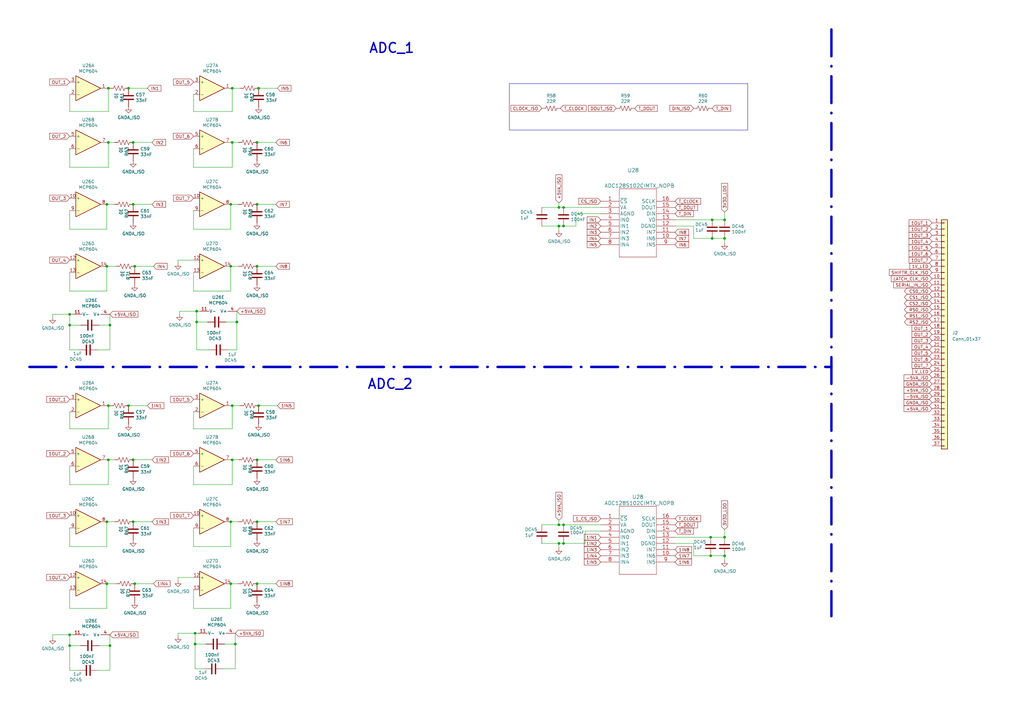
<source format=kicad_sch>
(kicad_sch (version 20230121) (generator eeschema)
  (paper "A3")
  (junction (at 28.575 264.795))
  (junction (at 291.465 220.345))
  (junction (at 52.705 36.195))
  (junction (at 105.41 58.42))
  (junction (at 105.41 83.82))
  (junction (at 297.18 97.79))
  (junction (at 80.645 132.08))
  (junction (at 44.45 58.42))
  (junction (at 94.615 83.82))
  (junction (at 231.14 215.265))
  (junction (at 28.575 133.35))
  (junction (at 44.45 36.195))
  (junction (at 106.045 166.37))
  (junction (at 297.18 227.965))
  (junction (at 43.815 83.82))
  (junction (at 95.25 188.595))
  (junction (at 292.1 97.79))
  (junction (at 292.1 90.17))
  (junction (at 80.645 127.635))
  (junction (at 291.465 227.965))
  (junction (at 43.815 109.22))
  (junction (at 44.45 188.595))
  (junction (at 95.25 36.195))
  (junction (at 297.18 220.345))
  (junction (at 54.61 83.82))
  (junction (at 52.705 166.37))
  (junction (at 94.615 239.395))
  (junction (at 96.52 264.16))
  (junction (at 28.575 260.35))
  (junction (at 94.615 213.995))
  (junction (at 44.45 166.37))
  (junction (at 28.575 128.905))
  (junction (at 106.045 36.195))
  (junction (at 105.41 109.22))
  (junction (at 45.085 133.35))
  (junction (at 231.14 222.885))
  (junction (at 97.155 132.08))
  (junction (at 55.245 109.22))
  (junction (at 105.41 188.595))
  (junction (at 94.615 109.22))
  (junction (at 55.245 239.395))
  (junction (at 229.235 92.71))
  (junction (at 229.235 222.885))
  (junction (at 105.41 239.395))
  (junction (at 95.25 166.37))
  (junction (at 43.815 213.995))
  (junction (at 105.41 213.995))
  (junction (at 297.18 90.17))
  (junction (at 54.61 213.995))
  (junction (at 54.61 188.595))
  (junction (at 43.815 239.395))
  (junction (at 229.235 215.265))
  (junction (at 231.14 92.71))
  (junction (at 229.235 85.09))
  (junction (at 45.085 264.795))
  (junction (at 95.25 58.42))
  (junction (at 54.61 58.42))
  (junction (at 80.01 264.16))
  (junction (at 80.01 259.715))
  (junction (at 231.14 85.09))
  (wire (pts (xy 297.18 220.345) (xy 297.18 217.17)))
  (wire (pts (xy 28.575 191.135) (xy 28.575 198.755)))
  (wire (pts (xy 93.345 143.51) (xy 97.155 143.51)))
  (wire (pts (xy 80.01 274.32) (xy 80.01 264.16)))
  (wire (pts (xy 79.375 175.895) (xy 95.25 175.895)))
  (wire (pts (xy 28.575 264.795) (xy 28.575 260.35)))
  (wire (pts (xy 222.25 215.265) (xy 229.235 215.265)))
  (wire (pts (xy 44.45 36.195) (xy 45.085 36.195)))
  (wire (pts (xy 40.005 274.955) (xy 45.085 274.955)))
  (wire (pts (xy 105.41 239.395) (xy 113.157 239.395)))
  (wire (pts (xy 79.375 45.72) (xy 95.25 45.72)))
  (wire (pts (xy 240.03 222.885) (xy 231.14 222.885)))
  (wire (pts (xy 28.575 143.51) (xy 28.575 133.35)))
  (wire (pts (xy 95.25 175.895) (xy 95.25 166.37)))
  (wire (pts (xy 106.045 36.195) (xy 113.792 36.195)))
  (wire (pts (xy 94.615 93.98) (xy 94.615 83.82)))
  (wire (pts (xy 79.375 198.755) (xy 95.25 198.755)))
  (wire (pts (xy 80.01 264.16) (xy 80.01 259.715)))
  (wire (pts (xy 79.375 241.935) (xy 79.375 249.555)))
  (wire (pts (xy 79.375 191.135) (xy 79.375 198.755)))
  (wire (pts (xy 79.375 224.155) (xy 94.615 224.155)))
  (wire (pts (xy 28.575 198.755) (xy 44.45 198.755)))
  (wire (pts (xy 276.86 222.885) (xy 284.48 222.885)))
  (wire (pts (xy 79.375 68.58) (xy 95.25 68.58)))
  (wire (pts (xy 276.86 90.17) (xy 292.1 90.17)))
  (wire (pts (xy 229.235 222.885) (xy 231.14 222.885)))
  (wire (pts (xy 246.38 217.805) (xy 240.03 217.805)))
  (wire (pts (xy 44.45 68.58) (xy 44.45 58.42)))
  (wire (pts (xy 85.09 132.08) (xy 80.645 132.08)))
  (wire (pts (xy 28.575 249.555) (xy 43.815 249.555)))
  (wire (pts (xy 84.455 264.16) (xy 80.01 264.16)))
  (wire (pts (xy 21.59 128.905) (xy 28.575 128.905)))
  (wire (pts (xy 79.375 106.68) (xy 73.025 106.68)))
  (wire (pts (xy 79.375 119.38) (xy 94.615 119.38)))
  (wire (pts (xy 95.25 188.595) (xy 97.79 188.595)))
  (wire (pts (xy 44.45 36.195) (xy 43.815 36.195)))
  (wire (pts (xy 28.575 216.535) (xy 28.575 224.155)))
  (wire (pts (xy 28.575 38.735) (xy 28.575 45.72)))
  (wire (pts (xy 92.075 264.16) (xy 96.52 264.16)))
  (wire (pts (xy 105.41 109.22) (xy 113.157 109.22)))
  (wire (pts (xy 229.235 94.615) (xy 229.235 92.71)))
  (wire (pts (xy 43.815 93.98) (xy 43.815 83.82)))
  (wire (pts (xy 95.25 198.755) (xy 95.25 188.595)))
  (wire (pts (xy 43.815 249.555) (xy 43.815 239.395)))
  (wire (pts (xy 43.815 83.82) (xy 46.99 83.82)))
  (wire (pts (xy 79.375 168.91) (xy 79.375 175.895)))
  (wire (pts (xy 79.375 249.555) (xy 94.615 249.555)))
  (wire (pts (xy 291.465 220.345) (xy 297.18 220.345)))
  (wire (pts (xy 246.38 87.63) (xy 236.22 87.63)))
  (wire (pts (xy 297.18 229.87) (xy 297.18 227.965)))
  (wire (pts (xy 80.645 143.51) (xy 80.645 132.08)))
  (wire (pts (xy 94.615 188.595) (xy 95.25 188.595)))
  (wire (pts (xy 28.575 168.91) (xy 28.575 175.895)))
  (wire (pts (xy 105.41 83.82) (xy 113.157 83.82)))
  (wire (pts (xy 54.61 83.82) (xy 62.357 83.82)))
  (wire (pts (xy 44.45 188.595) (xy 46.99 188.595)))
  (wire (pts (xy 28.575 128.905) (xy 29.845 128.905)))
  (wire (pts (xy 297.18 99.695) (xy 297.18 97.79)))
  (wire (pts (xy 236.22 92.71) (xy 231.14 92.71)))
  (wire (pts (xy 73.66 128.905) (xy 73.66 127.635)))
  (wire (pts (xy 79.375 111.76) (xy 79.375 119.38)))
  (wire (pts (xy 95.25 166.37) (xy 98.425 166.37)))
  (wire (pts (xy 94.615 83.82) (xy 97.79 83.82)))
  (wire (pts (xy 229.235 215.265) (xy 231.14 215.265)))
  (wire (pts (xy 73.025 259.715) (xy 80.01 259.715)))
  (wire (pts (xy 222.25 222.885) (xy 229.235 222.885)))
  (wire (pts (xy 276.86 220.345) (xy 291.465 220.345)))
  (wire (pts (xy 44.45 166.37) (xy 43.815 166.37)))
  (wire (pts (xy 83.82 274.32) (xy 80.01 274.32)))
  (wire (pts (xy 79.375 216.535) (xy 79.375 224.155)))
  (wire (pts (xy 21.59 260.35) (xy 28.575 260.35)))
  (wire (pts (xy 246.38 215.265) (xy 231.14 215.265)))
  (wire (pts (xy 95.25 58.42) (xy 97.79 58.42)))
  (wire (pts (xy 28.575 260.35) (xy 29.845 260.35)))
  (wire (pts (xy 55.245 109.22) (xy 62.992 109.22)))
  (wire (pts (xy 292.1 97.79) (xy 297.18 97.79)))
  (wire (pts (xy 95.25 166.37) (xy 94.615 166.37)))
  (wire (pts (xy 284.48 227.965) (xy 291.465 227.965)))
  (wire (pts (xy 55.245 239.395) (xy 62.992 239.395)))
  (wire (pts (xy 94.615 213.995) (xy 97.79 213.995)))
  (wire (pts (xy 52.705 36.195) (xy 60.452 36.195)))
  (wire (pts (xy 28.575 119.38) (xy 43.815 119.38)))
  (wire (pts (xy 284.48 92.71) (xy 284.48 97.79)))
  (wire (pts (xy 291.465 227.965) (xy 297.18 227.965)))
  (wire (pts (xy 297.18 90.17) (xy 297.18 86.995)))
  (wire (pts (xy 79.375 86.36) (xy 79.375 93.98)))
  (wire (pts (xy 44.45 175.895) (xy 44.45 166.37)))
  (wire (pts (xy 33.02 133.35) (xy 28.575 133.35)))
  (wire (pts (xy 94.615 119.38) (xy 94.615 109.22)))
  (wire (pts (xy 276.86 92.71) (xy 284.48 92.71)))
  (wire (pts (xy 43.815 109.22) (xy 47.625 109.22)))
  (wire (pts (xy 97.155 143.51) (xy 97.155 132.08)))
  (wire (pts (xy 73.66 127.635) (xy 80.645 127.635)))
  (wire (pts (xy 284.48 222.885) (xy 284.48 227.965)))
  (wire (pts (xy 240.03 217.805) (xy 240.03 222.885)))
  (wire (pts (xy 95.25 68.58) (xy 95.25 58.42)))
  (wire (pts (xy 28.575 241.935) (xy 28.575 249.555)))
  (wire (pts (xy 28.575 133.35) (xy 28.575 128.905)))
  (wire (pts (xy 95.25 45.72) (xy 95.25 36.195)))
  (wire (pts (xy 80.01 259.715) (xy 81.28 259.715)))
  (polyline (pts (xy 12.065 150.495) (xy 340.995 150.495)) (stroke (width 1) (type dash_dot)))
  (wire (pts (xy 28.575 86.36) (xy 28.575 93.98)))
  (wire (pts (xy 28.575 68.58) (xy 44.45 68.58)))
  (wire (pts (xy 94.615 109.22) (xy 97.79 109.22)))
  (wire (pts (xy 45.085 274.955) (xy 45.085 264.795)))
  (wire (pts (xy 43.815 119.38) (xy 43.815 109.22)))
  (wire (pts (xy 292.1 90.17) (xy 297.18 90.17)))
  (wire (pts (xy 79.375 93.98) (xy 94.615 93.98)))
  (wire (pts (xy 40.005 143.51) (xy 45.085 143.51)))
  (wire (pts (xy 28.575 60.96) (xy 28.575 68.58)))
  (wire (pts (xy 95.25 36.195) (xy 98.425 36.195)))
  (wire (pts (xy 43.815 213.995) (xy 46.99 213.995)))
  (wire (pts (xy 94.615 249.555) (xy 94.615 239.395)))
  (wire (pts (xy 32.385 143.51) (xy 28.575 143.51)))
  (wire (pts (xy 229.235 85.09) (xy 231.14 85.09)))
  (wire (pts (xy 45.085 264.795) (xy 45.085 260.35)))
  (wire (pts (xy 85.725 143.51) (xy 80.645 143.51)))
  (wire (pts (xy 94.615 224.155) (xy 94.615 213.995)))
  (wire (pts (xy 28.575 224.155) (xy 43.815 224.155)))
  (wire (pts (xy 28.575 111.76) (xy 28.575 119.38)))
  (wire (pts (xy 43.815 224.155) (xy 43.815 213.995)))
  (wire (pts (xy 96.52 264.16) (xy 96.52 259.715)))
  (wire (pts (xy 96.52 274.32) (xy 96.52 264.16)))
  (wire (pts (xy 73.025 236.855) (xy 73.025 238.125)))
  (wire (pts (xy 54.61 58.42) (xy 62.357 58.42)))
  (wire (pts (xy 21.59 130.175) (xy 21.59 128.905)))
  (wire (pts (xy 246.38 85.09) (xy 231.14 85.09)))
  (wire (pts (xy 28.575 45.72) (xy 44.45 45.72)))
  (wire (pts (xy 52.705 166.37) (xy 60.452 166.37)))
  (wire (pts (xy 229.235 92.71) (xy 231.14 92.71)))
  (wire (pts (xy 44.45 45.72) (xy 44.45 36.195)))
  (wire (pts (xy 33.02 264.795) (xy 28.575 264.795)))
  (wire (pts (xy 73.025 106.68) (xy 73.025 107.95)))
  (wire (pts (xy 43.815 188.595) (xy 44.45 188.595)))
  (wire (pts (xy 44.45 198.755) (xy 44.45 188.595)))
  (wire (pts (xy 21.59 261.62) (xy 21.59 260.35)))
  (wire (pts (xy 43.815 239.395) (xy 47.625 239.395)))
  (wire (pts (xy 28.575 274.955) (xy 28.575 264.795)))
  (wire (pts (xy 28.575 93.98) (xy 43.815 93.98)))
  (wire (pts (xy 79.375 60.96) (xy 79.375 68.58)))
  (wire (pts (xy 105.41 58.42) (xy 113.157 58.42)))
  (wire (pts (xy 44.45 166.37) (xy 45.085 166.37)))
  (wire (pts (xy 54.61 188.595) (xy 62.357 188.595)))
  (wire (pts (xy 92.71 132.08) (xy 97.155 132.08)))
  (wire (pts (xy 236.22 87.63) (xy 236.22 92.71)))
  (wire (pts (xy 43.815 58.42) (xy 44.45 58.42)))
  (wire (pts (xy 222.25 92.71) (xy 229.235 92.71)))
  (wire (pts (xy 54.61 213.995) (xy 62.357 213.995)))
  (wire (pts (xy 28.575 175.895) (xy 44.45 175.895)))
  (wire (pts (xy 94.615 58.42) (xy 95.25 58.42)))
  (wire (pts (xy 229.235 83.185) (xy 229.235 85.09)))
  (wire (pts (xy 40.64 264.795) (xy 45.085 264.795)))
  (wire (pts (xy 105.41 188.595) (xy 113.157 188.595)))
  (wire (pts (xy 95.25 36.195) (xy 94.615 36.195)))
  (wire (pts (xy 284.48 97.79) (xy 292.1 97.79)))
  (wire (pts (xy 79.375 38.735) (xy 79.375 45.72)))
  (wire (pts (xy 79.375 236.855) (xy 73.025 236.855)))
  (wire (pts (xy 94.615 239.395) (xy 97.79 239.395)))
  (wire (pts (xy 91.44 274.32) (xy 96.52 274.32)))
  (wire (pts (xy 229.235 224.79) (xy 229.235 222.885)))
  (wire (pts (xy 229.235 213.36) (xy 229.235 215.265)))
  (wire (pts (xy 222.25 85.09) (xy 229.235 85.09)))
  (wire (pts (xy 45.085 143.51) (xy 45.085 133.35)))
  (wire (pts (xy 80.645 132.08) (xy 80.645 127.635)))
  (wire (pts (xy 73.025 260.985) (xy 73.025 259.715)))
  (polyline (pts (xy 340.995 12.065) (xy 340.995 252.73)) (stroke (width 1) (type dash_dot)))
  (wire (pts (xy 97.155 132.08) (xy 97.155 127.635)))
  (wire (pts (xy 106.045 166.37) (xy 113.792 166.37)))
  (wire (pts (xy 44.45 58.42) (xy 46.99 58.42)))
  (wire (pts (xy 105.41 213.995) (xy 113.157 213.995)))
  (wire (pts (xy 32.385 274.955) (xy 28.575 274.955)))
  (wire (pts (xy 45.085 133.35) (xy 45.085 128.905)))
  (wire (pts (xy 80.645 127.635) (xy 81.915 127.635)))
  (wire (pts (xy 40.64 133.35) (xy 45.085 133.35)))
  (rectangle (start 208.915 34.29) (end 306.705 53.34))
  (text "ADC_2" (at 150.495 160.02 0) (effects (font (size 4 4) (thickness 0.5994) bold) (justify left bottom)))
  (text "ADC_1" (at 151.13 22.225 0) (effects (font (size 4 4) (thickness 0.5994) bold) (justify left bottom)))
  (global_label "IN8" (shape input) (at 276.86 95.25 0) (property "Intersheetrefs" "${INTERSHEET_REFS}" (effects hide)))
  (global_label "CS0_ISO" (shape bidirectional) (at 382.27 119.38 180) (property "Intersheetrefs" "${INTERSHEET_REFS}" (effects hide)))
  (global_label "1OUT_7" (shape input) (at 382.27 106.68 180) (property "Intersheetrefs" "${INTERSHEET_REFS}" (effects hide)))
  (global_label "SHIFTR_CLK_ISO" (shape input) (at 382.27 111.76 180) (property "Intersheetrefs" "${INTERSHEET_REFS}" (effects hide)))
  (global_label "RS0_ISO" (shape bidirectional) (at 382.27 127 180) (property "Intersheetrefs" "${INTERSHEET_REFS}" (effects hide)))
  (global_label "OUT_7" (shape input) (at 382.27 149.86 180) (property "Intersheetrefs" "${INTERSHEET_REFS}" (effects hide)))
  (global_label "IN5" (shape input) (at 113.792 36.195 0) (property "Intersheetrefs" "${INTERSHEET_REFS}" (effects hide)))
  (global_label "1IN4" (shape input) (at 246.38 227.965 180) (property "Intersheetrefs" "${INTERSHEET_REFS}" (effects hide)))
  (global_label "1OUT_1" (shape input) (at 28.575 163.83 180) (property "Intersheetrefs" "${INTERSHEET_REFS}" (effects hide)))
  (global_label "+5VA_ISO" (shape input) (at 229.235 83.185 90) (property "Intersheetrefs" "${INTERSHEET_REFS}" (effects hide)))
  (global_label "1IN7" (shape input) (at 276.86 227.965 0) (property "Intersheetrefs" "${INTERSHEET_REFS}" (effects hide)))
  (global_label "3V3D_LDO" (shape input) (at 297.18 217.17 90) (property "Intersheetrefs" "${INTERSHEET_REFS}" (effects hide)))
  (global_label "OUT_6" (shape input) (at 382.27 147.32 180) (property "Intersheetrefs" "${INTERSHEET_REFS}" (effects hide)))
  (global_label "OUT_4" (shape input) (at 28.575 106.68 180) (property "Intersheetrefs" "${INTERSHEET_REFS}" (effects hide)))
  (global_label "1IN5" (shape input) (at 113.792 166.37 0) (property "Intersheetrefs" "${INTERSHEET_REFS}" (effects hide)))
  (global_label "1IN8" (shape input) (at 113.157 239.395 0) (property "Intersheetrefs" "${INTERSHEET_REFS}" (effects hide)))
  (global_label "OUT_7" (shape input) (at 79.375 81.28 180) (property "Intersheetrefs" "${INTERSHEET_REFS}" (effects hide)))
  (global_label "+5VA_ISO" (shape input) (at 45.085 260.35 0) (property "Intersheetrefs" "${INTERSHEET_REFS}" (effects hide)))
  (global_label "1IN6" (shape input) (at 276.86 230.505 0) (property "Intersheetrefs" "${INTERSHEET_REFS}" (effects hide)))
  (global_label "OUT_1" (shape input) (at 382.27 134.62 180) (property "Intersheetrefs" "${INTERSHEET_REFS}" (effects hide)))
  (global_label "+5VA_ISO" (shape input) (at 229.235 213.36 90) (property "Intersheetrefs" "${INTERSHEET_REFS}" (effects hide)))
  (global_label "IN2" (shape input) (at 62.357 58.42 0) (property "Intersheetrefs" "${INTERSHEET_REFS}" (effects hide)))
  (global_label "DIN_ISO" (shape input) (at 284.48 44.45 180) (property "Intersheetrefs" "${INTERSHEET_REFS}" (effects hide)))
  (global_label "DOUT_ISO" (shape input) (at 252.73 44.45 180) (property "Intersheetrefs" "${INTERSHEET_REFS}" (effects hide)))
  (global_label "+5VA_ISO" (shape input) (at 97.155 127.635 0) (property "Intersheetrefs" "${INTERSHEET_REFS}" (effects hide)))
  (global_label "CLOCK_ISO" (shape input) (at 222.25 44.45 180) (property "Intersheetrefs" "${INTERSHEET_REFS}" (effects hide)))
  (global_label "1IN1" (shape input) (at 246.38 220.345 180) (property "Intersheetrefs" "${INTERSHEET_REFS}" (effects hide)))
  (global_label "T_CLOCK" (shape input) (at 276.86 82.55 0) (property "Intersheetrefs" "${INTERSHEET_REFS}" (effects hide)))
  (global_label "T_DOUT" (shape input) (at 276.86 215.265 0) (property "Intersheetrefs" "${INTERSHEET_REFS}" (effects hide)))
  (global_label "1IN5" (shape input) (at 246.38 230.505 180) (property "Intersheetrefs" "${INTERSHEET_REFS}" (effects hide)))
  (global_label "GNDA_ISO" (shape input) (at 382.27 165.1 180) (property "Intersheetrefs" "${INTERSHEET_REFS}" (effects hide)))
  (global_label "IN1" (shape input) (at 60.452 36.195 0) (property "Intersheetrefs" "${INTERSHEET_REFS}" (effects hide)))
  (global_label "-5VA_ISO" (shape input) (at 382.27 154.94 180) (property "Intersheetrefs" "${INTERSHEET_REFS}" (effects hide)))
  (global_label "1OUT_5" (shape input) (at 382.27 101.6 180) (property "Intersheetrefs" "${INTERSHEET_REFS}" (effects hide)))
  (global_label "1IN8" (shape input) (at 276.86 225.425 0) (property "Intersheetrefs" "${INTERSHEET_REFS}" (effects hide)))
  (global_label "1OUT_3" (shape input) (at 28.575 211.455 180) (property "Intersheetrefs" "${INTERSHEET_REFS}" (effects hide)))
  (global_label "T_DOUT" (shape input) (at 260.35 44.45 0) (property "Intersheetrefs" "${INTERSHEET_REFS}" (effects hide)))
  (global_label "+5VA_ISO" (shape input) (at 96.52 259.715 0) (property "Intersheetrefs" "${INTERSHEET_REFS}" (effects hide)))
  (global_label "1OUT_4" (shape input) (at 28.575 236.855 180) (property "Intersheetrefs" "${INTERSHEET_REFS}" (effects hide)))
  (global_label "OUT_4" (shape input) (at 382.27 142.24 180) (property "Intersheetrefs" "${INTERSHEET_REFS}" (effects hide)))
  (global_label "1V_LED" (shape input) (at 382.27 109.22 180) (property "Intersheetrefs" "${INTERSHEET_REFS}" (effects hide)))
  (global_label "1IN3" (shape input) (at 246.38 225.425 180) (property "Intersheetrefs" "${INTERSHEET_REFS}" (effects hide)))
  (global_label "+5VA_ISO" (shape input) (at 45.085 128.905 0) (property "Intersheetrefs" "${INTERSHEET_REFS}" (effects hide)))
  (global_label "CS2_ISO" (shape bidirectional) (at 382.27 124.46 180) (property "Intersheetrefs" "${INTERSHEET_REFS}" (effects hide)))
  (global_label "T_DIN" (shape input) (at 276.86 87.63 0) (property "Intersheetrefs" "${INTERSHEET_REFS}" (effects hide)))
  (global_label "CS_ISO" (shape input) (at 246.38 82.55 180) (property "Intersheetrefs" "${INTERSHEET_REFS}" (effects hide)))
  (global_label "RS2_ISO" (shape bidirectional) (at 382.27 132.08 180) (property "Intersheetrefs" "${INTERSHEET_REFS}" (effects hide)))
  (global_label "OUT_5" (shape input) (at 382.27 144.78 180) (property "Intersheetrefs" "${INTERSHEET_REFS}" (effects hide)))
  (global_label "T_CLOCK" (shape input) (at 229.87 44.45 0) (property "Intersheetrefs" "${INTERSHEET_REFS}" (effects hide)))
  (global_label "1OUT_1" (shape input) (at 382.27 91.44 180) (property "Intersheetrefs" "${INTERSHEET_REFS}" (effects hide)))
  (global_label "IN4" (shape input) (at 246.38 97.79 180) (property "Intersheetrefs" "${INTERSHEET_REFS}" (effects hide)))
  (global_label "GNDA_ISO" (shape input) (at 382.27 157.48 180) (property "Intersheetrefs" "${INTERSHEET_REFS}" (effects hide)))
  (global_label "OUT_3" (shape input) (at 382.27 139.7 180) (property "Intersheetrefs" "${INTERSHEET_REFS}" (effects hide)))
  (global_label "T_DIN" (shape input) (at 292.1 44.45 0) (property "Intersheetrefs" "${INTERSHEET_REFS}" (effects hide)))
  (global_label "IN6" (shape input) (at 276.86 100.33 0) (property "Intersheetrefs" "${INTERSHEET_REFS}" (effects hide)))
  (global_label "-5VA_ISO" (shape input) (at 382.27 162.56 180) (property "Intersheetrefs" "${INTERSHEET_REFS}" (effects hide)))
  (global_label "CS1_ISO" (shape bidirectional) (at 382.27 121.92 180) (property "Intersheetrefs" "${INTERSHEET_REFS}" (effects hide)))
  (global_label "IN5" (shape input) (at 246.38 100.33 180) (property "Intersheetrefs" "${INTERSHEET_REFS}" (effects hide)))
  (global_label "IN8" (shape input) (at 113.157 109.22 0) (property "Intersheetrefs" "${INTERSHEET_REFS}" (effects hide)))
  (global_label "IN3" (shape input) (at 62.357 83.82 0) (property "Intersheetrefs" "${INTERSHEET_REFS}" (effects hide)))
  (global_label "OUT_6" (shape input) (at 79.375 55.88 180) (property "Intersheetrefs" "${INTERSHEET_REFS}" (effects hide)))
  (global_label "1OUT_4" (shape input) (at 382.27 99.06 180) (property "Intersheetrefs" "${INTERSHEET_REFS}" (effects hide)))
  (global_label "1IN6" (shape input) (at 113.157 188.595 0) (property "Intersheetrefs" "${INTERSHEET_REFS}" (effects hide)))
  (global_label "RS1_ISO" (shape bidirectional) (at 382.27 129.54 180) (property "Intersheetrefs" "${INTERSHEET_REFS}" (effects hide)))
  (global_label "1IN3" (shape input) (at 62.357 213.995 0) (property "Intersheetrefs" "${INTERSHEET_REFS}" (effects hide)))
  (global_label "LATCH_CLK_ISO" (shape input) (at 382.27 114.3 180) (property "Intersheetrefs" "${INTERSHEET_REFS}" (effects hide)))
  (global_label "OUT_1" (shape input) (at 28.575 33.655 180) (property "Intersheetrefs" "${INTERSHEET_REFS}" (effects hide)))
  (global_label "+5VA_ISO" (shape input) (at 382.27 167.64 180) (property "Intersheetrefs" "${INTERSHEET_REFS}" (effects hide)))
  (global_label "1OUT_2" (shape input) (at 28.575 186.055 180) (property "Intersheetrefs" "${INTERSHEET_REFS}" (effects hide)))
  (global_label "IN6" (shape input) (at 113.157 58.42 0) (property "Intersheetrefs" "${INTERSHEET_REFS}" (effects hide)))
  (global_label "IN3" (shape input) (at 246.38 95.25 180) (property "Intersheetrefs" "${INTERSHEET_REFS}" (effects hide)))
  (global_label "1IN2" (shape input) (at 62.357 188.595 0) (property "Intersheetrefs" "${INTERSHEET_REFS}" (effects hide)))
  (global_label "1IN2" (shape input) (at 246.38 222.885 180) (property "Intersheetrefs" "${INTERSHEET_REFS}" (effects hide)))
  (global_label "T_DIN" (shape input) (at 276.86 217.805 0) (property "Intersheetrefs" "${INTERSHEET_REFS}" (effects hide)))
  (global_label "IN7" (shape input) (at 113.157 83.82 0) (property "Intersheetrefs" "${INTERSHEET_REFS}" (effects hide)))
  (global_label "IN2" (shape input) (at 246.38 92.71 180) (property "Intersheetrefs" "${INTERSHEET_REFS}" (effects hide)))
  (global_label "+5VA_ISO" (shape input) (at 382.27 160.02 180) (property "Intersheetrefs" "${INTERSHEET_REFS}" (effects hide)))
  (global_label "IN4" (shape input) (at 62.992 109.22 0) (property "Intersheetrefs" "${INTERSHEET_REFS}" (effects hide)))
  (global_label "1OUT_7" (shape input) (at 79.375 211.455 180) (property "Intersheetrefs" "${INTERSHEET_REFS}" (effects hide)))
  (global_label "1OUT_6" (shape input) (at 79.375 186.055 180) (property "Intersheetrefs" "${INTERSHEET_REFS}" (effects hide)))
  (global_label "1IN1" (shape input) (at 60.452 166.37 0) (property "Intersheetrefs" "${INTERSHEET_REFS}" (effects hide)))
  (global_label "OUT_2" (shape input) (at 28.575 55.88 180) (property "Intersheetrefs" "${INTERSHEET_REFS}" (effects hide)))
  (global_label "OUT_5" (shape input) (at 79.375 33.655 180) (property "Intersheetrefs" "${INTERSHEET_REFS}" (effects hide)))
  (global_label "OUT_3" (shape input) (at 28.575 81.28 180) (property "Intersheetrefs" "${INTERSHEET_REFS}" (effects hide)))
  (global_label "1OUT_5" (shape input) (at 79.375 163.83 180) (property "Intersheetrefs" "${INTERSHEET_REFS}" (effects hide)))
  (global_label "1_CS_ISO" (shape input) (at 246.38 212.725 180) (property "Intersheetrefs" "${INTERSHEET_REFS}" (effects hide)))
  (global_label "OUT_2" (shape input) (at 382.27 137.16 180) (property "Intersheetrefs" "${INTERSHEET_REFS}" (effects hide)))
  (global_label "1OUT_6" (shape input) (at 382.27 104.14 180) (property "Intersheetrefs" "${INTERSHEET_REFS}" (effects hide)))
  (global_label "T_CLOCK" (shape input) (at 276.86 212.725 0) (property "Intersheetrefs" "${INTERSHEET_REFS}" (effects hide)))
  (global_label "1IN7" (shape input) (at 113.157 213.995 0) (property "Intersheetrefs" "${INTERSHEET_REFS}" (effects hide)))
  (global_label "1OUT_2" (shape input) (at 382.27 93.98 180) (property "Intersheetrefs" "${INTERSHEET_REFS}" (effects hide)))
  (global_label "SERIAL_IN_ISO" (shape input) (at 382.27 116.84 180) (property "Intersheetrefs" "${INTERSHEET_REFS}" (effects hide)))
  (global_label "V_LED" (shape input) (at 382.27 152.4 180) (property "Intersheetrefs" "${INTERSHEET_REFS}" (effects hide)))
  (global_label "1IN4" (shape input) (at 62.992 239.395 0) (property "Intersheetrefs" "${INTERSHEET_REFS}" (effects hide)))
  (global_label "3V3D_LDO" (shape input) (at 297.18 86.995 90) (property "Intersheetrefs" "${INTERSHEET_REFS}" (effects hide)))
  (global_label "1OUT_3" (shape input) (at 382.27 96.52 180) (property "Intersheetrefs" "${INTERSHEET_REFS}" (effects hide)))
  (global_label "IN7" (shape input) (at 276.86 97.79 0) (property "Intersheetrefs" "${INTERSHEET_REFS}" (effects hide)))
  (global_label "IN1" (shape input) (at 246.38 90.17 180) (property "Intersheetrefs" "${INTERSHEET_REFS}" (effects hide)))
  (global_label "T_DOUT" (shape input) (at 276.86 85.09 0) (property "Intersheetrefs" "${INTERSHEET_REFS}" (effects hide)))
  (symbol (lib_id "Device:R_US") (at 101.6 58.42 90) (unit 1)
    (property "Reference" "R64" (at 102.7684 60.1472 0) (effects (justify right)))
    (property "Value" "0E" (at 100.457 60.1472 0) (effects (justify right)))
    (property "Footprint" "Resistor_SMD:R_0805_2012Metric_Pad1.20x1.40mm_HandSolder" (effects hide))
    (instances (project "ohm3000Board" (path "" (reference "R64") (unit 1))) (project "Split_Board_PartA" (path "" (reference "R10") (unit 1))))
  )
  (symbol (lib_id "Device:C") (at 36.195 143.51 90) (unit 1)
    (property "Reference" "DC45" (at 33.655 147.32 90) (effects (justify left)))
    (property "Value" "1uF" (at 33.655 145.0086 90) (effects (justify left)))
    (property "Footprint" "Capacitor_SMD:C_0805_2012Metric_Pad1.18x1.45mm_HandSolder" (effects hide))
    (instances (project "ohm3000Board" (path "" (reference "DC45") (unit 1))) (project "Split_Board_PartA" (path "" (reference "DC12") (unit 1))))
  )
  (symbol (lib_id "Device:C") (at 105.41 87.63 0) (unit 1)
    (property "Reference" "C62" (at 108.331 86.4616 0) (effects (justify left)))
    (property "Value" "33nF" (at 108.331 88.773 0) (effects (justify left)))
    (property "Footprint" "Capacitor_SMD:C_0805_2012Metric_Pad1.18x1.45mm_HandSolder" (effects hide))
    (instances (project "ohm3000Board" (path "" (reference "C62") (unit 1))) (project "Split_Board_PartA" (path "" (reference "C11") (unit 1))))
  )
  (symbol (lib_id "Device:C") (at 222.25 219.075 0) (unit 1)
    (property "Reference" "DC45" (at 215.265 217.17 0) (effects (justify left)))
    (property "Value" "1uF" (at 215.265 219.4814 0) (effects (justify left)))
    (property "Footprint" "Capacitor_SMD:C_0805_2012Metric_Pad1.18x1.45mm_HandSolder" (effects hide))
    (instances (project "ohm3000Board" (path "" (reference "DC45") (unit 1))) (project "Split_Board_PartA" (path "" (reference "DC21") (unit 1))))
  )
  (symbol (lib_id "ohm3000Board-rescue:GNDA_ISO-power") (at 105.41 196.215 0) (unit 1)
    (property "Reference" "#PWR0114" (effects hide))
    (property "Value" "GNDA_ISO" (at 105.537 200.6092 0))
    (instances (project "ohm3000Board" (path "" (reference "#PWR0114") (unit 1)) (path "" (reference "#PWR?") (unit 1)) (path "" (reference "#PWR0114") (unit 1))) (project "Split_Board_PartA" (path "" (reference "#PWR036") (unit 1))))
  )
  (symbol (lib_id "ohm3000Board-rescue:GNDA_ISO-power") (at 229.235 224.79 0) (unit 1)
    (property "Reference" "#PWR084" (effects hide))
    (property "Value" "GNDA_ISO" (at 229.362 229.1842 0))
    (instances (project "ohm3000Board" (path "" (reference "#PWR084") (unit 1))) (project "Split_Board_PartA" (path "" (reference "#PWR042") (unit 1))))
  )
  (symbol (lib_id "ohm3000Board-rescue:GNDA_ISO-power") (at 55.245 247.015 0) (unit 1)
    (property "Reference" "#PWR0111" (effects hide))
    (property "Value" "GNDA_ISO" (at 55.372 251.4092 0))
    (instances (project "ohm3000Board" (path "" (reference "#PWR0111") (unit 1)) (path "" (reference "#PWR?") (unit 1)) (path "" (reference "#PWR0111") (unit 1))) (project "Split_Board_PartA" (path "" (reference "#PWR028") (unit 1))))
  )
  (symbol (lib_id "Amplifier_Operational:MCP604") (at 36.195 36.195 0) (unit 1)
    (property "Reference" "U26" (at 36.195 26.8732 0))
    (property "Value" "MCP604" (at 36.195 29.1846 0))
    (property "Footprint" "MCP604T-I_ST:SOP65P640X120-14N" (effects hide))
    (property "Datasheet" "http://ww1.microchip.com/downloads/en/DeviceDoc/21314g.pdf" (effects hide))
    (instances (project "ohm3000Board" (path "" (reference "U26") (unit 1)) (path "" (reference "U?") (unit 1)) (path "" (reference "U26") (unit 1))) (project "Split_Board_PartA" (path "" (reference "U7") (unit 1))))
  )
  (symbol (lib_id "Amplifier_Operational:MCP604") (at 86.995 58.42 0) (unit 2)
    (property "Reference" "U27" (at 86.995 49.0982 0))
    (property "Value" "MCP604" (at 86.995 51.4096 0))
    (property "Footprint" "MCP604T-I_ST:SOP65P640X120-14N" (effects hide))
    (property "Datasheet" "http://ww1.microchip.com/downloads/en/DeviceDoc/21314g.pdf" (effects hide))
    (instances (project "ohm3000Board" (path "" (reference "U27") (unit 2)) (path "" (reference "U?") (unit 2)) (path "" (reference "U27") (unit 2))) (project "Split_Board_PartA" (path "" (reference "U10") (unit 2))))
  )
  (symbol (lib_id "ohm3000Board-rescue:GNDA_ISO-power") (at 73.025 260.985 0) (unit 1)
    (property "Reference" "#PWR092" (effects hide))
    (property "Value" "GNDA_ISO" (at 73.152 265.3792 0))
    (instances (project "ohm3000Board" (path "" (reference "#PWR092") (unit 1)) (path "" (reference "#PWR?") (unit 1)) (path "" (reference "#PWR092") (unit 1))) (project "Split_Board_PartA" (path "" (reference "#PWR031") (unit 1))))
  )
  (symbol (lib_id "Amplifier_Operational:MCP604") (at 36.195 239.395 0) (unit 4)
    (property "Reference" "U26" (at 36.195 230.0732 0))
    (property "Value" "MCP604" (at 36.195 232.3846 0))
    (property "Footprint" "MCP604T-I_ST:SOP65P640X120-14N" (effects hide))
    (property "Datasheet" "http://ww1.microchip.com/downloads/en/DeviceDoc/21314g.pdf" (effects hide))
    (instances (project "ohm3000Board" (path "" (reference "U26") (unit 4)) (path "" (reference "U?") (unit 4)) (path "" (reference "U26") (unit 4))) (project "Split_Board_PartA" (path "" (reference "U8") (unit 4))))
  )
  (symbol (lib_id "ohm3000Board-rescue:GNDA_ISO-power") (at 54.61 221.615 0) (unit 1)
    (property "Reference" "#PWR0116" (effects hide))
    (property "Value" "GNDA_ISO" (at 54.737 226.0092 0))
    (instances (project "ohm3000Board" (path "" (reference "#PWR0116") (unit 1)) (path "" (reference "#PWR?") (unit 1)) (path "" (reference "#PWR0116") (unit 1))) (project "Split_Board_PartA" (path "" (reference "#PWR026") (unit 1))))
  )
  (symbol (lib_id "Device:R_US") (at 288.29 44.45 270) (unit 1)
    (property "Reference" "R60" (at 288.29 39.243 90))
    (property "Value" "22R" (at 288.29 41.5544 90))
    (property "Footprint" "Resistor_SMD:R_0805_2012Metric_Pad1.20x1.40mm_HandSolder" (effects hide))
    (instances (project "ohm3000Board" (path "" (reference "R60") (unit 1))) (project "Split_Board_PartA" (path "" (reference "R20") (unit 1))))
  )
  (symbol (lib_id "Amplifier_Operational:MCP604") (at 36.195 166.37 0) (unit 1)
    (property "Reference" "U26" (at 36.195 157.0482 0))
    (property "Value" "MCP604" (at 36.195 159.3596 0))
    (property "Footprint" "MCP604T-I_ST:SOP65P640X120-14N" (effects hide))
    (property "Datasheet" "http://ww1.microchip.com/downloads/en/DeviceDoc/21314g.pdf" (effects hide))
    (instances (project "ohm3000Board" (path "" (reference "U26") (unit 1)) (path "" (reference "U?") (unit 1)) (path "" (reference "U26") (unit 1))) (project "Split_Board_PartA" (path "" (reference "U8") (unit 1))))
  )
  (symbol (lib_id "Device:C") (at 105.41 113.03 0) (unit 1)
    (property "Reference" "C64" (at 108.331 111.8616 0) (effects (justify left)))
    (property "Value" "33nF" (at 108.331 114.173 0) (effects (justify left)))
    (property "Footprint" "Capacitor_SMD:C_0805_2012Metric_Pad1.18x1.45mm_HandSolder" (effects hide))
    (instances (project "ohm3000Board" (path "" (reference "C64") (unit 1))) (project "Split_Board_PartA" (path "" (reference "C12") (unit 1))))
  )
  (symbol (lib_id "Device:R_US") (at 50.8 188.595 90) (unit 1)
    (property "Reference" "R63" (at 51.9684 190.3222 0) (effects (justify right)))
    (property "Value" "0E" (at 49.657 190.3222 0) (effects (justify right)))
    (property "Footprint" "Resistor_SMD:R_0805_2012Metric_Pad1.20x1.40mm_HandSolder" (effects hide))
    (instances (project "ohm3000Board" (path "" (reference "R63") (unit 1))) (project "Split_Board_PartA" (path "" (reference "R6") (unit 1))))
  )
  (symbol (lib_id "Device:C") (at 54.61 62.23 0) (unit 1)
    (property "Reference" "C59" (at 57.531 61.0616 0) (effects (justify left)))
    (property "Value" "33nF" (at 57.531 63.373 0) (effects (justify left)))
    (property "Footprint" "Capacitor_SMD:C_0805_2012Metric_Pad1.18x1.45mm_HandSolder" (effects hide))
    (instances (project "ohm3000Board" (path "" (reference "C59") (unit 1))) (project "Split_Board_PartA" (path "" (reference "C4") (unit 1))))
  )
  (symbol (lib_id "Device:C") (at 36.83 264.795 90) (unit 1)
    (property "Reference" "DC43" (at 38.735 271.5514 90) (effects (justify left)))
    (property "Value" "100nF" (at 38.735 269.24 90) (effects (justify left)))
    (property "Footprint" "Capacitor_SMD:C_0805_2012Metric_Pad1.18x1.45mm_HandSolder" (effects hide))
    (instances (project "ohm3000Board" (path "" (reference "DC43") (unit 1)) (path "" (reference "C?") (unit 1)) (path "" (reference "DC43") (unit 1))) (project "Split_Board_PartA" (path "" (reference "DC15") (unit 1))))
  )
  (symbol (lib_id "Device:C") (at 55.245 243.205 0) (unit 1)
    (property "Reference" "C63" (at 58.166 242.0366 0) (effects (justify left)))
    (property "Value" "33nF" (at 58.166 244.348 0) (effects (justify left)))
    (property "Footprint" "Capacitor_SMD:C_0805_2012Metric_Pad1.18x1.45mm_HandSolder" (effects hide))
    (instances (project "ohm3000Board" (path "" (reference "C63") (unit 1))) (project "Split_Board_PartA" (path "" (reference "C9") (unit 1))))
  )
  (symbol (lib_id "Amplifier_Operational:MCP604") (at 86.995 36.195 0) (unit 1)
    (property "Reference" "U27" (at 86.995 26.8732 0))
    (property "Value" "MCP604" (at 86.995 29.1846 0))
    (property "Footprint" "MCP604T-I_ST:SOP65P640X120-14N" (effects hide))
    (property "Datasheet" "http://ww1.microchip.com/downloads/en/DeviceDoc/21314g.pdf" (effects hide))
    (instances (project "ohm3000Board" (path "" (reference "U27") (unit 1)) (path "" (reference "U?") (unit 1)) (path "" (reference "U27") (unit 1))) (project "Split_Board_PartA" (path "" (reference "U10") (unit 1))))
  )
  (symbol (lib_id "Device:C") (at 87.63 274.32 90) (unit 1)
    (property "Reference" "DC45" (at 85.09 278.13 90) (effects (justify left)))
    (property "Value" "1uF" (at 85.09 275.8186 90) (effects (justify left)))
    (property "Footprint" "Capacitor_SMD:C_0805_2012Metric_Pad1.18x1.45mm_HandSolder" (effects hide))
    (instances (project "ohm3000Board" (path "" (reference "DC45") (unit 1))) (project "Split_Board_PartA" (path "" (reference "DC16") (unit 1))))
  )
  (symbol (lib_id "Device:R_US") (at 101.6 188.595 90) (unit 1)
    (property "Reference" "R64" (at 102.7684 190.3222 0) (effects (justify right)))
    (property "Value" "0E" (at 100.457 190.3222 0) (effects (justify right)))
    (property "Footprint" "Resistor_SMD:R_0805_2012Metric_Pad1.20x1.40mm_HandSolder" (effects hide))
    (instances (project "ohm3000Board" (path "" (reference "R64") (unit 1))) (project "Split_Board_PartA" (path "" (reference "R13") (unit 1))))
  )
  (symbol (lib_id "Device:R_US") (at 50.8 213.995 90) (unit 1)
    (property "Reference" "R67" (at 51.9684 215.7222 0) (effects (justify right)))
    (property "Value" "0E" (at 49.657 215.7222 0) (effects (justify right)))
    (property "Footprint" "Resistor_SMD:R_0805_2012Metric_Pad1.20x1.40mm_HandSolder" (effects hide))
    (instances (project "ohm3000Board" (path "" (reference "R67") (unit 1))) (project "Split_Board_PartA" (path "" (reference "R7") (unit 1))))
  )
  (symbol (lib_id "2021-02-18_12-59-46:ADC128S102CIMTX_NOPB") (at 261.62 221.615 0) (unit 1)
    (property "Reference" "U28" (at 261.62 203.835 0) (effects (font (size 1.524 1.524))))
    (property "Value" "ADC128S102CIMTX_NOPB" (at 262.255 206.375 0) (effects (font (size 1.524 1.524))))
    (property "Footprint" "footprints:ADC128S102CIMTX&slash_NOPB" (effects hide))
    (instances (project "ohm3000Board" (path "" (reference "U28") (unit 1))) (project "Split_Board_PartA" (path "" (reference "U12") (unit 1))))
  )
  (symbol (lib_id "Device:R_US") (at 256.54 44.45 270) (unit 1)
    (property "Reference" "R59" (at 256.54 39.243 90))
    (property "Value" "22R" (at 256.54 41.5544 90))
    (property "Footprint" "Resistor_SMD:R_0805_2012Metric_Pad1.20x1.40mm_HandSolder" (effects hide))
    (instances (project "ohm3000Board" (path "" (reference "R59") (unit 1))) (project "Split_Board_PartA" (path "" (reference "R19") (unit 1))))
  )
  (symbol (lib_id "ohm3000Board-rescue:GNDA_ISO-power") (at 105.41 221.615 0) (unit 1)
    (property "Reference" "#PWR0113" (effects hide))
    (property "Value" "GNDA_ISO" (at 105.537 226.0092 0))
    (instances (project "ohm3000Board" (path "" (reference "#PWR0113") (unit 1)) (path "" (reference "#PWR?") (unit 1)) (path "" (reference "#PWR0113") (unit 1))) (project "Split_Board_PartA" (path "" (reference "#PWR037") (unit 1))))
  )
  (symbol (lib_id "Device:R_US") (at 226.06 44.45 270) (unit 1)
    (property "Reference" "R58" (at 226.06 39.243 90))
    (property "Value" "22R" (at 226.06 41.5544 90))
    (property "Footprint" "Resistor_SMD:R_0805_2012Metric_Pad1.20x1.40mm_HandSolder" (effects hide))
    (instances (project "ohm3000Board" (path "" (reference "R58") (unit 1))) (project "Split_Board_PartA" (path "" (reference "R18") (unit 1))))
  )
  (symbol (lib_id "Device:C") (at 54.61 217.805 0) (unit 1)
    (property "Reference" "C61" (at 57.531 216.6366 0) (effects (justify left)))
    (property "Value" "33nF" (at 57.531 218.948 0) (effects (justify left)))
    (property "Footprint" "Capacitor_SMD:C_0805_2012Metric_Pad1.18x1.45mm_HandSolder" (effects hide))
    (instances (project "ohm3000Board" (path "" (reference "C61") (unit 1))) (project "Split_Board_PartA" (path "" (reference "C7") (unit 1))))
  )
  (symbol (lib_id "Device:C") (at 55.245 113.03 0) (unit 1)
    (property "Reference" "C63" (at 58.166 111.8616 0) (effects (justify left)))
    (property "Value" "33nF" (at 58.166 114.173 0) (effects (justify left)))
    (property "Footprint" "Capacitor_SMD:C_0805_2012Metric_Pad1.18x1.45mm_HandSolder" (effects hide))
    (instances (project "ohm3000Board" (path "" (reference "C63") (unit 1))) (project "Split_Board_PartA" (path "" (reference "C8") (unit 1))))
  )
  (symbol (lib_id "ohm3000Board-rescue:GNDA_ISO-power") (at 55.245 116.84 0) (unit 1)
    (property "Reference" "#PWR0111" (effects hide))
    (property "Value" "GNDA_ISO" (at 55.372 121.2342 0))
    (instances (project "ohm3000Board" (path "" (reference "#PWR0111") (unit 1)) (path "" (reference "#PWR?") (unit 1)) (path "" (reference "#PWR0111") (unit 1))) (project "Split_Board_PartA" (path "" (reference "#PWR027") (unit 1))))
  )
  (symbol (lib_id "Device:C") (at 105.41 217.805 0) (unit 1)
    (property "Reference" "C62" (at 108.331 216.6366 0) (effects (justify left)))
    (property "Value" "33nF" (at 108.331 218.948 0) (effects (justify left)))
    (property "Footprint" "Capacitor_SMD:C_0805_2012Metric_Pad1.18x1.45mm_HandSolder" (effects hide))
    (instances (project "ohm3000Board" (path "" (reference "C62") (unit 1))) (project "Split_Board_PartA" (path "" (reference "C14") (unit 1))))
  )
  (symbol (lib_id "Amplifier_Operational:MCP604") (at 36.195 109.22 0) (unit 4)
    (property "Reference" "U26" (at 36.195 99.8982 0))
    (property "Value" "MCP604" (at 36.195 102.2096 0))
    (property "Footprint" "MCP604T-I_ST:SOP65P640X120-14N" (effects hide))
    (property "Datasheet" "http://ww1.microchip.com/downloads/en/DeviceDoc/21314g.pdf" (effects hide))
    (instances (project "ohm3000Board" (path "" (reference "U26") (unit 4)) (path "" (reference "U?") (unit 4)) (path "" (reference "U26") (unit 4))) (project "Split_Board_PartA" (path "" (reference "U7") (unit 4))))
  )
  (symbol (lib_id "Amplifier_Operational:MCP604") (at 37.465 131.445 270) (unit 5)
    (property "Reference" "U26" (at 37.465 123.19 90))
    (property "Value" "MCP604" (at 37.465 125.5014 90))
    (property "Footprint" "MCP604T-I_ST:SOP65P640X120-14N" (effects hide))
    (property "Datasheet" "http://ww1.microchip.com/downloads/en/DeviceDoc/21314g.pdf" (effects hide))
    (instances (project "ohm3000Board" (path "" (reference "U26") (unit 5)) (path "" (reference "U?") (unit 5)) (path "" (reference "U26") (unit 5))) (project "Split_Board_PartA" (path "" (reference "U7") (unit 5))))
  )
  (symbol (lib_id "ohm3000Board-rescue:GNDA_ISO-power") (at 105.41 91.44 0) (unit 1)
    (property "Reference" "#PWR0113" (effects hide))
    (property "Value" "GNDA_ISO" (at 105.537 95.8342 0))
    (instances (project "ohm3000Board" (path "" (reference "#PWR0113") (unit 1)) (path "" (reference "#PWR?") (unit 1)) (path "" (reference "#PWR0113") (unit 1))) (project "Split_Board_PartA" (path "" (reference "#PWR034") (unit 1))))
  )
  (symbol (lib_id "Device:R_US") (at 50.8 83.82 90) (unit 1)
    (property "Reference" "R67" (at 51.9684 85.5472 0) (effects (justify right)))
    (property "Value" "0E" (at 49.657 85.5472 0) (effects (justify right)))
    (property "Footprint" "Resistor_SMD:R_0805_2012Metric_Pad1.20x1.40mm_HandSolder" (effects hide))
    (instances (project "ohm3000Board" (path "" (reference "R67") (unit 1))) (project "Split_Board_PartA" (path "" (reference "R5") (unit 1))))
  )
  (symbol (lib_id "ohm3000Board-rescue:GNDA_ISO-power") (at 297.18 99.695 0) (unit 1)
    (property "Reference" "#PWR084" (effects hide))
    (property "Value" "GNDA_ISO" (at 297.307 104.0892 0))
    (instances (project "ohm3000Board" (path "" (reference "#PWR084") (unit 1))) (project "Split_Board_PartA" (path "" (reference "#PWR043") (unit 1))))
  )
  (symbol (lib_id "Device:C") (at 52.705 170.18 0) (unit 1)
    (property "Reference" "C57" (at 55.626 169.0116 0) (effects (justify left)))
    (property "Value" "33nF" (at 55.626 171.323 0) (effects (justify left)))
    (property "Footprint" "Capacitor_SMD:C_0805_2012Metric_Pad1.18x1.45mm_HandSolder" (effects hide))
    (instances (project "ohm3000Board" (path "" (reference "C57") (unit 1))) (project "Split_Board_PartA" (path "" (reference "C3") (unit 1))))
  )
  (symbol (lib_id "Device:R_US") (at 101.6 83.82 90) (unit 1)
    (property "Reference" "R68" (at 102.7684 85.5472 0) (effects (justify right)))
    (property "Value" "0E" (at 100.457 85.5472 0) (effects (justify right)))
    (property "Footprint" "Resistor_SMD:R_0805_2012Metric_Pad1.20x1.40mm_HandSolder" (effects hide))
    (instances (project "ohm3000Board" (path "" (reference "R68") (unit 1))) (project "Split_Board_PartA" (path "" (reference "R11") (unit 1))))
  )
  (symbol (lib_id "Device:R_US") (at 51.435 109.22 90) (unit 1)
    (property "Reference" "R71" (at 52.6034 110.9472 0) (effects (justify right)))
    (property "Value" "0E" (at 50.292 110.9472 0) (effects (justify right)))
    (property "Footprint" "Resistor_SMD:R_0805_2012Metric_Pad1.20x1.40mm_HandSolder" (effects hide))
    (instances (project "ohm3000Board" (path "" (reference "R71") (unit 1))) (project "Split_Board_PartA" (path "" (reference "R8") (unit 1))))
  )
  (symbol (lib_id "Device:C") (at 106.045 170.18 0) (unit 1)
    (property "Reference" "C58" (at 108.966 169.0116 0) (effects (justify left)))
    (property "Value" "33nF" (at 108.966 171.323 0) (effects (justify left)))
    (property "Footprint" "Capacitor_SMD:C_0805_2012Metric_Pad1.18x1.45mm_HandSolder" (effects hide))
    (instances (project "ohm3000Board" (path "" (reference "C58") (unit 1))) (project "Split_Board_PartA" (path "" (reference "C17") (unit 1))))
  )
  (symbol (lib_id "Amplifier_Operational:MCP604") (at 36.195 58.42 0) (unit 2)
    (property "Reference" "U26" (at 36.195 49.0982 0))
    (property "Value" "MCP604" (at 36.195 51.4096 0))
    (property "Footprint" "MCP604T-I_ST:SOP65P640X120-14N" (effects hide))
    (property "Datasheet" "http://ww1.microchip.com/downloads/en/DeviceDoc/21314g.pdf" (effects hide))
    (instances (project "ohm3000Board" (path "" (reference "U26") (unit 2)) (path "" (reference "U?") (unit 2)) (path "" (reference "U26") (unit 2))) (project "Split_Board_PartA" (path "" (reference "U7") (unit 2))))
  )
  (symbol (lib_id "Device:R_US") (at 101.6 239.395 90) (unit 1)
    (property "Reference" "R72" (at 102.7684 241.1222 0) (effects (justify right)))
    (property "Value" "0E" (at 100.457 241.1222 0) (effects (justify right)))
    (property "Footprint" "Resistor_SMD:R_0805_2012Metric_Pad1.20x1.40mm_HandSolder" (effects hide))
    (instances (project "ohm3000Board" (path "" (reference "R72") (unit 1))) (project "Split_Board_PartA" (path "" (reference "R15") (unit 1))))
  )
  (symbol (lib_id "Device:C") (at 54.61 87.63 0) (unit 1)
    (property "Reference" "C61" (at 57.531 86.4616 0) (effects (justify left)))
    (property "Value" "33nF" (at 57.531 88.773 0) (effects (justify left)))
    (property "Footprint" "Capacitor_SMD:C_0805_2012Metric_Pad1.18x1.45mm_HandSolder" (effects hide))
    (instances (project "ohm3000Board" (path "" (reference "C61") (unit 1))) (project "Split_Board_PartA" (path "" (reference "C5") (unit 1))))
  )
  (symbol (lib_id "Device:C") (at 231.14 88.9 0) (unit 1)
    (property "Reference" "DC45" (at 234.061 87.7316 0) (effects (justify left)))
    (property "Value" "100nF" (at 234.061 90.043 0) (effects (justify left)))
    (property "Footprint" "Capacitor_SMD:C_0805_2012Metric_Pad1.18x1.45mm_HandSolder" (effects hide))
    (instances (project "ohm3000Board" (path "" (reference "DC45") (unit 1))) (project "Split_Board_PartA" (path "" (reference "DC22") (unit 1))))
  )
  (symbol (lib_id "Device:C") (at 105.41 243.205 0) (unit 1)
    (property "Reference" "C64" (at 108.331 242.0366 0) (effects (justify left)))
    (property "Value" "33nF" (at 108.331 244.348 0) (effects (justify left)))
    (property "Footprint" "Capacitor_SMD:C_0805_2012Metric_Pad1.18x1.45mm_HandSolder" (effects hide))
    (instances (project "ohm3000Board" (path "" (reference "C64") (unit 1))) (project "Split_Board_PartA" (path "" (reference "C15") (unit 1))))
  )
  (symbol (lib_id "ohm3000Board-rescue:GNDA_ISO-power") (at 52.705 43.815 0) (unit 1)
    (property "Reference" "#PWR0117" (effects hide))
    (property "Value" "GNDA_ISO" (at 52.832 48.2092 0))
    (instances (project "ohm3000Board" (path "" (reference "#PWR0117") (unit 1)) (path "" (reference "#PWR?") (unit 1)) (path "" (reference "#PWR0117") (unit 1))) (project "Split_Board_PartA" (path "" (reference "#PWR021") (unit 1))))
  )
  (symbol (lib_id "Amplifier_Operational:MCP604") (at 36.195 83.82 0) (unit 3)
    (property "Reference" "U26" (at 36.195 74.4982 0))
    (property "Value" "MCP604" (at 36.195 76.8096 0))
    (property "Footprint" "MCP604T-I_ST:SOP65P640X120-14N" (effects hide))
    (property "Datasheet" "http://ww1.microchip.com/downloads/en/DeviceDoc/21314g.pdf" (effects hide))
    (instances (project "ohm3000Board" (path "" (reference "U26") (unit 3)) (path "" (reference "U?") (unit 3)) (path "" (reference "U26") (unit 3))) (project "Split_Board_PartA" (path "" (reference "U7") (unit 3))))
  )
  (symbol (lib_id "Amplifier_Operational:MCP604") (at 88.9 262.255 270) (unit 5)
    (property "Reference" "U26" (at 88.9 254 90))
    (property "Value" "MCP604" (at 88.9 256.3114 90))
    (property "Footprint" "MCP604T-I_ST:SOP65P640X120-14N" (effects hide))
    (property "Datasheet" "http://ww1.microchip.com/downloads/en/DeviceDoc/21314g.pdf" (effects hide))
    (instances (project "ohm3000Board" (path "" (reference "U26") (unit 5)) (path "" (reference "U?") (unit 5)) (path "" (reference "U26") (unit 5))) (project "Split_Board_PartA" (path "" (reference "U9") (unit 5))))
  )
  (symbol (lib_id "Amplifier_Operational:MCP604") (at 86.995 213.995 0) (unit 3)
    (property "Reference" "U27" (at 86.995 204.6732 0))
    (property "Value" "MCP604" (at 86.995 206.9846 0))
    (property "Footprint" "MCP604T-I_ST:SOP65P640X120-14N" (effects hide))
    (property "Datasheet" "http://ww1.microchip.com/downloads/en/DeviceDoc/21314g.pdf" (effects hide))
    (instances (project "ohm3000Board" (path "" (reference "U27") (unit 3)) (path "" (reference "U?") (unit 3)) (path "" (reference "U27") (unit 3))) (project "Split_Board_PartA" (path "" (reference "U9") (unit 3))))
  )
  (symbol (lib_id "ohm3000Board-rescue:GNDA_ISO-power") (at 52.705 173.99 0) (unit 1)
    (property "Reference" "#PWR0117" (effects hide))
    (property "Value" "GNDA_ISO" (at 52.832 178.3842 0))
    (instances (project "ohm3000Board" (path "" (reference "#PWR0117") (unit 1)) (path "" (reference "#PWR?") (unit 1)) (path "" (reference "#PWR0117") (unit 1))) (project "Split_Board_PartA" (path "" (reference "#PWR022") (unit 1))))
  )
  (symbol (lib_id "Device:C") (at 88.265 264.16 90) (unit 1)
    (property "Reference" "DC43" (at 90.17 270.9164 90) (effects (justify left)))
    (property "Value" "100nF" (at 90.17 268.605 90) (effects (justify left)))
    (property "Footprint" "Capacitor_SMD:C_0805_2012Metric_Pad1.18x1.45mm_HandSolder" (effects hide))
    (instances (project "ohm3000Board" (path "" (reference "DC43") (unit 1)) (path "" (reference "C?") (unit 1)) (path "" (reference "DC43") (unit 1))) (project "Split_Board_PartA" (path "" (reference "DC17") (unit 1))))
  )
  (symbol (lib_id "Device:C") (at 36.195 274.955 90) (unit 1)
    (property "Reference" "DC45" (at 33.655 278.765 90) (effects (justify left)))
    (property "Value" "1uF" (at 33.655 276.4536 90) (effects (justify left)))
    (property "Footprint" "Capacitor_SMD:C_0805_2012Metric_Pad1.18x1.45mm_HandSolder" (effects hide))
    (instances (project "ohm3000Board" (path "" (reference "DC45") (unit 1))) (project "Split_Board_PartA" (path "" (reference "DC13") (unit 1))))
  )
  (symbol (lib_id "Device:R_US") (at 50.8 58.42 90) (unit 1)
    (property "Reference" "R63" (at 51.9684 60.1472 0) (effects (justify right)))
    (property "Value" "0E" (at 49.657 60.1472 0) (effects (justify right)))
    (property "Footprint" "Resistor_SMD:R_0805_2012Metric_Pad1.20x1.40mm_HandSolder" (effects hide))
    (instances (project "ohm3000Board" (path "" (reference "R63") (unit 1))) (project "Split_Board_PartA" (path "" (reference "R4") (unit 1))))
  )
  (symbol (lib_id "Device:C") (at 88.9 132.08 90) (unit 1)
    (property "Reference" "DC43" (at 90.805 138.8364 90) (effects (justify left)))
    (property "Value" "100nF" (at 90.805 136.525 90) (effects (justify left)))
    (property "Footprint" "Capacitor_SMD:C_0805_2012Metric_Pad1.18x1.45mm_HandSolder" (effects hide))
    (instances (project "ohm3000Board" (path "" (reference "DC43") (unit 1)) (path "" (reference "C?") (unit 1)) (path "" (reference "DC43") (unit 1))) (project "Split_Board_PartA" (path "" (reference "DC18") (unit 1))))
  )
  (symbol (lib_id "ohm3000Board-rescue:GNDA_ISO-power") (at 73.66 128.905 0) (unit 1)
    (property "Reference" "#PWR092" (effects hide))
    (property "Value" "GNDA_ISO" (at 73.787 133.2992 0))
    (instances (project "ohm3000Board" (path "" (reference "#PWR092") (unit 1)) (path "" (reference "#PWR?") (unit 1)) (path "" (reference "#PWR092") (unit 1))) (project "Split_Board_PartA" (path "" (reference "#PWR032") (unit 1))))
  )
  (symbol (lib_id "ohm3000Board-rescue:GNDA_ISO-power") (at 297.18 229.87 0) (unit 1)
    (property "Reference" "#PWR084" (effects hide))
    (property "Value" "GNDA_ISO" (at 297.307 234.2642 0))
    (instances (project "ohm3000Board" (path "" (reference "#PWR084") (unit 1))) (project "Split_Board_PartA" (path "" (reference "#PWR044") (unit 1))))
  )
  (symbol (lib_id "ohm3000Board-rescue:GNDA_ISO-power") (at 54.61 91.44 0) (unit 1)
    (property "Reference" "#PWR0116" (effects hide))
    (property "Value" "GNDA_ISO" (at 54.737 95.8342 0))
    (instances (project "ohm3000Board" (path "" (reference "#PWR0116") (unit 1)) (path "" (reference "#PWR?") (unit 1)) (path "" (reference "#PWR0116") (unit 1))) (project "Split_Board_PartA" (path "" (reference "#PWR024") (unit 1))))
  )
  (symbol (lib_id "ohm3000Board-rescue:GNDA_ISO-power") (at 21.59 261.62 0) (unit 1)
    (property "Reference" "#PWR092" (effects hide))
    (property "Value" "GNDA_ISO" (at 21.717 266.0142 0))
    (instances (project "ohm3000Board" (path "" (reference "#PWR092") (unit 1)) (path "" (reference "#PWR?") (unit 1)) (path "" (reference "#PWR092") (unit 1))) (project "Split_Board_PartA" (path "" (reference "#PWR020") (unit 1))))
  )
  (symbol (lib_id "Device:C") (at 89.535 143.51 90) (unit 1)
    (property "Reference" "DC45" (at 97.155 147.7264 90) (effects (justify left)))
    (property "Value" "1uF" (at 97.155 145.415 90) (effects (justify left)))
    (property "Footprint" "Capacitor_SMD:C_0805_2012Metric_Pad1.18x1.45mm_HandSolder" (effects hide))
    (instances (project "ohm3000Board" (path "" (reference "DC45") (unit 1))) (project "Split_Board_PartA" (path "" (reference "DC19") (unit 1))))
  )
  (symbol (lib_id "Amplifier_Operational:MCP604") (at 86.995 83.82 0) (unit 3)
    (property "Reference" "U27" (at 86.995 74.4982 0))
    (property "Value" "MCP604" (at 86.995 76.8096 0))
    (property "Footprint" "MCP604T-I_ST:SOP65P640X120-14N" (effects hide))
    (property "Datasheet" "http://ww1.microchip.com/downloads/en/DeviceDoc/21314g.pdf" (effects hide))
    (instances (project "ohm3000Board" (path "" (reference "U27") (unit 3)) (path "" (reference "U?") (unit 3)) (path "" (reference "U27") (unit 3))) (project "Split_Board_PartA" (path "" (reference "U10") (unit 3))))
  )
  (symbol (lib_id "Device:C") (at 52.705 40.005 0) (unit 1)
    (property "Reference" "C57" (at 55.626 38.8366 0) (effects (justify left)))
    (property "Value" "33nF" (at 55.626 41.148 0) (effects (justify left)))
    (property "Footprint" "Capacitor_SMD:C_0805_2012Metric_Pad1.18x1.45mm_HandSolder" (effects hide))
    (instances (project "ohm3000Board" (path "" (reference "C57") (unit 1))) (project "Split_Board_PartA" (path "" (reference "C2") (unit 1))))
  )
  (symbol (lib_id "Device:R_US") (at 101.6 109.22 90) (unit 1)
    (property "Reference" "R72" (at 102.7684 110.9472 0) (effects (justify right)))
    (property "Value" "0E" (at 100.457 110.9472 0) (effects (justify right)))
    (property "Footprint" "Resistor_SMD:R_0805_2012Metric_Pad1.20x1.40mm_HandSolder" (effects hide))
    (instances (project "ohm3000Board" (path "" (reference "R72") (unit 1))) (project "Split_Board_PartA" (path "" (reference "R12") (unit 1))))
  )
  (symbol (lib_id "ohm3000Board-rescue:GNDA_ISO-power") (at 21.59 130.175 0) (unit 1)
    (property "Reference" "#PWR092" (effects hide))
    (property "Value" "GNDA_ISO" (at 21.717 134.5692 0))
    (instances (project "ohm3000Board" (path "" (reference "#PWR092") (unit 1)) (path "" (reference "#PWR?") (unit 1)) (path "" (reference "#PWR092") (unit 1))) (project "Split_Board_PartA" (path "" (reference "#PWR019") (unit 1))))
  )
  (symbol (lib_id "Device:C") (at 105.41 192.405 0) (unit 1)
    (property "Reference" "C60" (at 108.331 191.2366 0) (effects (justify left)))
    (property "Value" "33nF" (at 108.331 193.548 0) (effects (justify left)))
    (property "Footprint" "Capacitor_SMD:C_0805_2012Metric_Pad1.18x1.45mm_HandSolder" (effects hide))
    (instances (project "ohm3000Board" (path "" (reference "C60") (unit 1))) (project "Split_Board_PartA" (path "" (reference "C13") (unit 1))))
  )
  (symbol (lib_id "Device:R_US") (at 102.235 166.37 90) (unit 1)
    (property "Reference" "R62" (at 103.4034 168.0972 0) (effects (justify right)))
    (property "Value" "0E" (at 101.092 168.0972 0) (effects (justify right)))
    (property "Footprint" "Resistor_SMD:R_0805_2012Metric_Pad1.20x1.40mm_HandSolder" (effects hide))
    (instances (project "ohm3000Board" (path "" (reference "R62") (unit 1))) (project "Split_Board_PartA" (path "" (reference "R17") (unit 1))))
  )
  (symbol (lib_id "ohm3000Board-rescue:GNDA_ISO-power") (at 105.41 66.04 0) (unit 1)
    (property "Reference" "#PWR0114" (effects hide))
    (property "Value" "GNDA_ISO" (at 105.537 70.4342 0))
    (instances (project "ohm3000Board" (path "" (reference "#PWR0114") (unit 1)) (path "" (reference "#PWR?") (unit 1)) (path "" (reference "#PWR0114") (unit 1))) (project "Split_Board_PartA" (path "" (reference "#PWR033") (unit 1))))
  )
  (symbol (lib_id "Device:C") (at 54.61 192.405 0) (unit 1)
    (property "Reference" "C59" (at 57.531 191.2366 0) (effects (justify left)))
    (property "Value" "33nF" (at 57.531 193.548 0) (effects (justify left)))
    (property "Footprint" "Capacitor_SMD:C_0805_2012Metric_Pad1.18x1.45mm_HandSolder" (effects hide))
    (instances (project "ohm3000Board" (path "" (reference "C59") (unit 1))) (project "Split_Board_PartA" (path "" (reference "C6") (unit 1))))
  )
  (symbol (lib_id "ohm3000Board-rescue:GNDA_ISO-power") (at 106.045 173.99 0) (unit 1)
    (property "Reference" "#PWR0118" (effects hide))
    (property "Value" "GNDA_ISO" (at 106.172 178.3842 0))
    (instances (project "ohm3000Board" (path "" (reference "#PWR0118") (unit 1)) (path "" (reference "#PWR?") (unit 1)) (path "" (reference "#PWR0118") (unit 1))) (project "Split_Board_PartA" (path "" (reference "#PWR040") (unit 1))))
  )
  (symbol (lib_id "Device:C") (at 297.18 93.98 0) (unit 1)
    (property "Reference" "DC46" (at 300.101 92.8116 0) (effects (justify left)))
    (property "Value" "100nF" (at 300.101 95.123 0) (effects (justify left)))
    (property "Footprint" "Capacitor_SMD:C_0805_2012Metric_Pad1.18x1.45mm_HandSolder" (effects hide))
    (instances (project "ohm3000Board" (path "" (reference "DC46") (unit 1))) (project "Split_Board_PartA" (path "" (reference "DC26") (unit 1))))
  )
  (symbol (lib_id "Amplifier_Operational:MCP604") (at 36.195 213.995 0) (unit 3)
    (property "Reference" "U26" (at 36.195 204.6732 0))
    (property "Value" "MCP604" (at 36.195 206.9846 0))
    (property "Footprint" "MCP604T-I_ST:SOP65P640X120-14N" (effects hide))
    (property "Datasheet" "http://ww1.microchip.com/downloads/en/DeviceDoc/21314g.pdf" (effects hide))
    (instances (project "ohm3000Board" (path "" (reference "U26") (unit 3)) (path "" (reference "U?") (unit 3)) (path "" (reference "U26") (unit 3))) (project "Split_Board_PartA" (path "" (reference "U8") (unit 3))))
  )
  (symbol (lib_id "Connector_Generic:Conn_01x37") (at 387.35 137.16 0) (unit 1)
    (property "Reference" "J2" (at 390.525 136.525 0) (effects (justify left)))
    (property "Value" "Conn_01x37" (at 390.525 139.065 0) (effects (justify left)))
  )
  (symbol (lib_id "Device:C") (at 231.14 219.075 0) (unit 1)
    (property "Reference" "DC45" (at 233.68 216.535 0) (effects (justify left)))
    (property "Value" "100nF" (at 233.68 218.44 0) (effects (justify left)))
    (property "Footprint" "Capacitor_SMD:C_0805_2012Metric_Pad1.18x1.45mm_HandSolder" (effects hide))
    (instances (project "ohm3000Board" (path "" (reference "DC45") (unit 1))) (project "Split_Board_PartA" (path "" (reference "DC23") (unit 1))))
  )
  (symbol (lib_id "ohm3000Board-rescue:GNDA_ISO-power") (at 105.41 116.84 0) (unit 1)
    (property "Reference" "#PWR0112" (effects hide))
    (property "Value" "GNDA_ISO" (at 105.537 121.2342 0))
    (instances (project "ohm3000Board" (path "" (reference "#PWR0112") (unit 1)) (path "" (reference "#PWR?") (unit 1)) (path "" (reference "#PWR0112") (unit 1))) (project "Split_Board_PartA" (path "" (reference "#PWR035") (unit 1))))
  )
  (symbol (lib_id "Device:C") (at 292.1 93.98 0) (unit 1)
    (property "Reference" "DC45" (at 285.115 92.075 0) (effects (justify left)))
    (property "Value" "1uF" (at 285.115 94.3864 0) (effects (justify left)))
    (property "Footprint" "Capacitor_SMD:C_0805_2012Metric_Pad1.18x1.45mm_HandSolder" (effects hide))
    (instances (project "ohm3000Board" (path "" (reference "DC45") (unit 1))) (project "Split_Board_PartA" (path "" (reference "DC25") (unit 1))))
  )
  (symbol (lib_id "Amplifier_Operational:MCP604") (at 86.995 239.395 0) (unit 4)
    (property "Reference" "U27" (at 86.995 230.0732 0))
    (property "Value" "MCP604" (at 86.995 232.3846 0))
    (property "Footprint" "MCP604T-I_ST:SOP65P640X120-14N" (effects hide))
    (property "Datasheet" "http://ww1.microchip.com/downloads/en/DeviceDoc/21314g.pdf" (effects hide))
    (instances (project "ohm3000Board" (path "" (reference "U27") (unit 4)) (path "" (reference "U?") (unit 4)) (path "" (reference "U27") (unit 4))) (project "Split_Board_PartA" (path "" (reference "U9") (unit 4))))
  )
  (symbol (lib_id "Device:C") (at 106.045 40.005 0) (unit 1)
    (property "Reference" "C58" (at 108.966 38.8366 0) (effects (justify left)))
    (property "Value" "33nF" (at 108.966 41.148 0) (effects (justify left)))
    (property "Footprint" "Capacitor_SMD:C_0805_2012Metric_Pad1.18x1.45mm_HandSolder" (effects hide))
    (instances (project "ohm3000Board" (path "" (reference "C58") (unit 1))) (project "Split_Board_PartA" (path "" (reference "C16") (unit 1))))
  )
  (symbol (lib_id "Device:C") (at 36.83 133.35 90) (unit 1)
    (property "Reference" "DC43" (at 38.735 140.1064 90) (effects (justify left)))
    (property "Value" "100nF" (at 38.735 137.795 90) (effects (justify left)))
    (property "Footprint" "Capacitor_SMD:C_0805_2012Metric_Pad1.18x1.45mm_HandSolder" (effects hide))
    (instances (project "ohm3000Board" (path "" (reference "DC43") (unit 1)) (path "" (reference "C?") (unit 1)) (path "" (reference "DC43") (unit 1))) (project "Split_Board_PartA" (path "" (reference "DC14") (unit 1))))
  )
  (symbol (lib_id "Device:R_US") (at 48.895 36.195 90) (unit 1)
    (property "Reference" "R61" (at 50.0634 37.9222 0) (effects (justify right)))
    (property "Value" "0E" (at 47.752 37.9222 0) (effects (justify right)))
    (property "Footprint" "Resistor_SMD:R_0805_2012Metric_Pad1.20x1.40mm_HandSolder" (effects hide))
    (instances (project "ohm3000Board" (path "" (reference "R61") (unit 1))) (project "Split_Board_PartA" (path "" (reference "R2") (unit 1))))
  )
  (symbol (lib_id "ohm3000Board-rescue:GNDA_ISO-power") (at 105.41 247.015 0) (unit 1)
    (property "Reference" "#PWR0112" (effects hide))
    (property "Value" "GNDA_ISO" (at 105.537 251.4092 0))
    (instances (project "ohm3000Board" (path "" (reference "#PWR0112") (unit 1)) (path "" (reference "#PWR?") (unit 1)) (path "" (reference "#PWR0112") (unit 1))) (project "Split_Board_PartA" (path "" (reference "#PWR038") (unit 1))))
  )
  (symbol (lib_id "Device:R_US") (at 102.235 36.195 90) (unit 1)
    (property "Reference" "R62" (at 103.4034 37.9222 0) (effects (justify right)))
    (property "Value" "0E" (at 101.092 37.9222 0) (effects (justify right)))
    (property "Footprint" "Resistor_SMD:R_0805_2012Metric_Pad1.20x1.40mm_HandSolder" (effects hide))
    (instances (project "ohm3000Board" (path "" (reference "R62") (unit 1))) (project "Split_Board_PartA" (path "" (reference "R16") (unit 1))))
  )
  (symbol (lib_id "ohm3000Board-rescue:GNDA_ISO-power") (at 54.61 66.04 0) (unit 1)
    (property "Reference" "#PWR0115" (effects hide))
    (property "Value" "GNDA_ISO" (at 54.737 70.4342 0))
    (instances (project "ohm3000Board" (path "" (reference "#PWR0115") (unit 1)) (path "" (reference "#PWR?") (unit 1)) (path "" (reference "#PWR0115") (unit 1))) (project "Split_Board_PartA" (path "" (reference "#PWR023") (unit 1))))
  )
  (symbol (lib_id "Amplifier_Operational:MCP604") (at 86.995 188.595 0) (unit 2)
    (property "Reference" "U27" (at 86.995 179.2732 0))
    (property "Value" "MCP604" (at 86.995 181.5846 0))
    (property "Footprint" "MCP604T-I_ST:SOP65P640X120-14N" (effects hide))
    (property "Datasheet" "http://ww1.microchip.com/downloads/en/DeviceDoc/21314g.pdf" (effects hide))
    (instances (project "ohm3000Board" (path "" (reference "U27") (unit 2)) (path "" (reference "U?") (unit 2)) (path "" (reference "U27") (unit 2))) (project "Split_Board_PartA" (path "" (reference "U9") (unit 2))))
  )
  (symbol (lib_id "Amplifier_Operational:MCP604") (at 37.465 262.89 270) (unit 5)
    (property "Reference" "U26" (at 37.465 254.635 90))
    (property "Value" "MCP604" (at 37.465 256.9464 90))
    (property "Footprint" "MCP604T-I_ST:SOP65P640X120-14N" (effects hide))
    (property "Datasheet" "http://ww1.microchip.com/downloads/en/DeviceDoc/21314g.pdf" (effects hide))
    (instances (project "ohm3000Board" (path "" (reference "U26") (unit 5)) (path "" (reference "U?") (unit 5)) (path "" (reference "U26") (unit 5))) (project "Split_Board_PartA" (path "" (reference "U8") (unit 5))))
  )
  (symbol (lib_id "Device:C") (at 222.25 88.9 0) (unit 1)
    (property "Reference" "DC45" (at 213.36 86.995 0) (effects (justify left)))
    (property "Value" "1uF" (at 213.36 89.3064 0) (effects (justify left)))
    (property "Footprint" "Capacitor_SMD:C_0805_2012Metric_Pad1.18x1.45mm_HandSolder" (effects hide))
    (instances (project "ohm3000Board" (path "" (reference "DC45") (unit 1))) (project "Split_Board_PartA" (path "" (reference "DC20") (unit 1))))
  )
  (symbol (lib_id "2021-02-18_12-59-46:ADC128S102CIMTX_NOPB") (at 261.62 91.44 0) (unit 1)
    (property "Reference" "U28" (at 259.715 69.85 0) (effects (font (size 1.524 1.524))))
    (property "Value" "ADC128S102CIMTX_NOPB" (at 262.255 76.2 0) (effects (font (size 1.524 1.524))))
    (property "Footprint" "footprints:ADC128S102CIMTX&slash_NOPB" (effects hide))
    (instances (project "ohm3000Board" (path "" (reference "U28") (unit 1))) (project "Split_Board_PartA" (path "" (reference "U11") (unit 1))))
  )
  (symbol (lib_id "Amplifier_Operational:MCP604") (at 89.535 130.175 270) (unit 5)
    (property "Reference" "U26" (at 89.535 121.92 90))
    (property "Value" "MCP604" (at 89.535 124.2314 90))
    (property "Footprint" "MCP604T-I_ST:SOP65P640X120-14N" (effects hide))
    (property "Datasheet" "http://ww1.microchip.com/downloads/en/DeviceDoc/21314g.pdf" (effects hide))
    (instances (project "ohm3000Board" (path "" (reference "U26") (unit 5)) (path "" (reference "U?") (unit 5)) (path "" (reference "U26") (unit 5))) (project "Split_Board_PartA" (path "" (reference "U10") (unit 5))))
  )
  (symbol (lib_id "Amplifier_Operational:MCP604") (at 36.195 188.595 0) (unit 2)
    (property "Reference" "U26" (at 36.195 179.2732 0))
    (property "Value" "MCP604" (at 36.195 181.5846 0))
    (property "Footprint" "MCP604T-I_ST:SOP65P640X120-14N" (effects hide))
    (property "Datasheet" "http://ww1.microchip.com/downloads/en/DeviceDoc/21314g.pdf" (effects hide))
    (instances (project "ohm3000Board" (path "" (reference "U26") (unit 2)) (path "" (reference "U?") (unit 2)) (path "" (reference "U26") (unit 2))) (project "Split_Board_PartA" (path "" (reference "U8") (unit 2))))
  )
  (symbol (lib_id "ohm3000Board-rescue:GNDA_ISO-power") (at 106.045 43.815 0) (unit 1)
    (property "Reference" "#PWR0118" (effects hide))
    (property "Value" "GNDA_ISO" (at 106.172 48.2092 0))
    (instances (project "ohm3000Board" (path "" (reference "#PWR0118") (unit 1)) (path "" (reference "#PWR?") (unit 1)) (path "" (reference "#PWR0118") (unit 1))) (project "Split_Board_PartA" (path "" (reference "#PWR039") (unit 1))))
  )
  (symbol (lib_id "ohm3000Board-rescue:GNDA_ISO-power") (at 54.61 196.215 0) (unit 1)
    (property "Reference" "#PWR0115" (effects hide))
    (property "Value" "GNDA_ISO" (at 54.737 200.6092 0))
    (instances (project "ohm3000Board" (path "" (reference "#PWR0115") (unit 1)) (path "" (reference "#PWR?") (unit 1)) (path "" (reference "#PWR0115") (unit 1))) (project "Split_Board_PartA" (path "" (reference "#PWR025") (unit 1))))
  )
  (symbol (lib_id "Device:C") (at 297.18 224.155 0) (unit 1)
    (property "Reference" "DC46" (at 300.101 222.9866 0) (effects (justify left)))
    (property "Value" "100nF" (at 300.101 225.298 0) (effects (justify left)))
    (property "Footprint" "Capacitor_SMD:C_0805_2012Metric_Pad1.18x1.45mm_HandSolder" (effects hide))
    (instances (project "ohm3000Board" (path "" (reference "DC46") (unit 1))) (project "Split_Board_PartA" (path "" (reference "DC27") (unit 1))))
  )
  (symbol (lib_id "Device:C") (at 291.465 224.155 0) (unit 1)
    (property "Reference" "DC45" (at 284.48 222.25 0) (effects (justify left)))
    (property "Value" "1uF" (at 284.48 224.5614 0) (effects (justify left)))
    (property "Footprint" "Capacitor_SMD:C_0805_2012Metric_Pad1.18x1.45mm_HandSolder" (effects hide))
    (instances (project "ohm3000Board" (path "" (reference "DC45") (unit 1))) (project "Split_Board_PartA" (path "" (reference "DC24") (unit 1))))
  )
  (symbol (lib_id "ohm3000Board-rescue:GNDA_ISO-power") (at 73.025 238.125 0) (unit 1)
    (property "Reference" "#PWR088" (effects hide))
    (property "Value" "GNDA_ISO" (at 73.152 242.5192 0))
    (instances (project "ohm3000Board" (path "" (reference "#PWR088") (unit 1)) (path "" (reference "#PWR?") (unit 1)) (path "" (reference "#PWR088") (unit 1))) (project "Split_Board_PartA" (path "" (reference "#PWR030") (unit 1))))
  )
  (symbol (lib_id "Device:R_US") (at 101.6 213.995 90) (unit 1)
    (property "Reference" "R68" (at 102.7684 215.7222 0) (effects (justify right)))
    (property "Value" "0E" (at 100.457 215.7222 0) (effects (justify right)))
    (property "Footprint" "Resistor_SMD:R_0805_2012Metric_Pad1.20x1.40mm_HandSolder" (effects hide))
    (instances (project "ohm3000Board" (path "" (reference "R68") (unit 1))) (project "Split_Board_PartA" (path "" (reference "R14") (unit 1))))
  )
  (symbol (lib_id "Device:R_US") (at 48.895 166.37 90) (unit 1)
    (property "Reference" "R61" (at 50.0634 168.0972 0) (effects (justify right)))
    (property "Value" "0E" (at 47.752 168.0972 0) (effects (justify right)))
    (property "Footprint" "Resistor_SMD:R_0805_2012Metric_Pad1.20x1.40mm_HandSolder" (effects hide))
    (instances (project "ohm3000Board" (path "" (reference "R61") (unit 1))) (project "Split_Board_PartA" (path "" (reference "R3") (unit 1))))
  )
  (symbol (lib_id "ohm3000Board-rescue:GNDA_ISO-power") (at 73.025 107.95 0) (unit 1)
    (property "Reference" "#PWR088" (effects hide))
    (property "Value" "GNDA_ISO" (at 73.152 112.3442 0))
    (instances (project "ohm3000Board" (path "" (reference "#PWR088") (unit 1)) (path "" (reference "#PWR?") (unit 1)) (path "" (reference "#PWR088") (unit 1))) (project "Split_Board_PartA" (path "" (reference "#PWR029") (unit 1))))
  )
  (symbol (lib_id "Amplifier_Operational:MCP604") (at 86.995 109.22 0) (unit 4)
    (property "Reference" "U27" (at 86.995 99.8982 0))
    (property "Value" "MCP604" (at 86.995 102.2096 0))
    (property "Footprint" "MCP604T-I_ST:SOP65P640X120-14N" (effects hide))
    (property "Datasheet" "http://ww1.microchip.com/downloads/en/DeviceDoc/21314g.pdf" (effects hide))
    (instances (project "ohm3000Board" (path "" (reference "U27") (unit 4)) (path "" (reference "U?") (unit 4)) (path "" (reference "U27") (unit 4))) (project "Split_Board_PartA" (path "" (reference "U10") (unit 4))))
  )
  (symbol (lib_id "ohm3000Board-rescue:GNDA_ISO-power") (at 229.235 94.615 0) (unit 1)
    (property "Reference" "#PWR084" (effects hide))
    (property "Value" "GNDA_ISO" (at 229.362 99.0092 0))
    (instances (project "ohm3000Board" (path "" (reference "#PWR084") (unit 1))) (project "Split_Board_PartA" (path "" (reference "#PWR041") (unit 1))))
  )
  (symbol (lib_id "Amplifier_Operational:MCP604") (at 86.995 166.37 0) (unit 1)
    (property "Reference" "U27" (at 86.995 157.0482 0))
    (property "Value" "MCP604" (at 86.995 159.3596 0))
    (property "Footprint" "MCP604T-I_ST:SOP65P640X120-14N" (effects hide))
    (property "Datasheet" "http://ww1.microchip.com/downloads/en/DeviceDoc/21314g.pdf" (effects hide))
    (instances (project "ohm3000Board" (path "" (reference "U27") (unit 1)) (path "" (reference "U?") (unit 1)) (path "" (reference "U27") (unit 1))) (project "Split_Board_PartA" (path "" (reference "U9") (unit 1))))
  )
  (symbol (lib_id "Device:R_US") (at 51.435 239.395 90) (unit 1)
    (property "Reference" "R71" (at 52.6034 241.1222 0) (effects (justify right)))
    (property "Value" "0E" (at 50.292 241.1222 0) (effects (justify right)))
    (property "Footprint" "Resistor_SMD:R_0805_2012Metric_Pad1.20x1.40mm_HandSolder" (effects hide))
    (instances (project "ohm3000Board" (path "" (reference "R71") (unit 1))) (project "Split_Board_PartA" (path "" (reference "R9") (unit 1))))
  )
  (symbol (lib_id "Device:C") (at 105.41 62.23 0) (unit 1)
    (property "Reference" "C60" (at 108.331 61.0616 0) (effects (justify left)))
    (property "Value" "33nF" (at 108.331 63.373 0) (effects (justify left)))
    (property "Footprint" "Capacitor_SMD:C_0805_2012Metric_Pad1.18x1.45mm_HandSolder" (effects hide))
    (instances (project "ohm3000Board" (path "" (reference "C60") (unit 1))) (project "Split_Board_PartA" (path "" (reference "C10") (unit 1))))
  )
)
</source>
